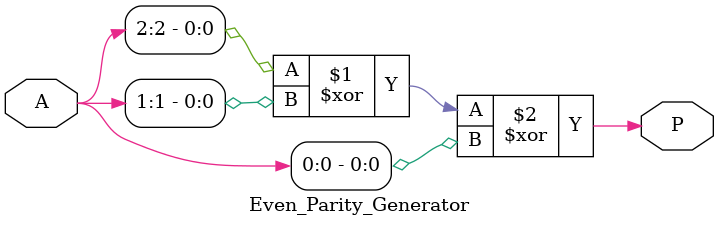
<source format=v>
`timescale 1ns / 1ps
module Even_Parity_Generator(A,P
    );
input [2:0] A;
output P;

assign P=A[2]^A[1]^A[0];

endmodule

</source>
